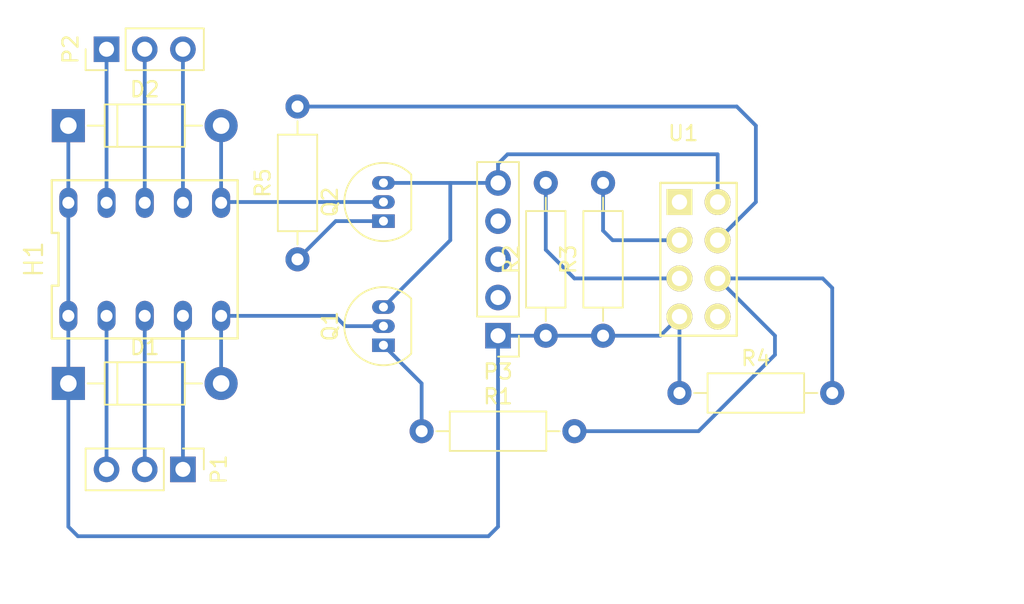
<source format=kicad_pcb>
(kicad_pcb (version 4) (host pcbnew 4.0.3+e1-6302~38~ubuntu14.04.1-stable)

  (general
    (links 28)
    (no_connects 1)
    (area 166.269999 97.689999 234.591201 137.895001)
    (thickness 1.6)
    (drawings 5)
    (tracks 54)
    (zones 0)
    (modules 14)
    (nets 22)
  )

  (page A4)
  (layers
    (0 F.Cu signal)
    (31 B.Cu signal)
    (32 B.Adhes user)
    (33 F.Adhes user)
    (34 B.Paste user)
    (35 F.Paste user)
    (36 B.SilkS user)
    (37 F.SilkS user)
    (38 B.Mask user)
    (39 F.Mask user)
    (40 Dwgs.User user)
    (41 Cmts.User user)
    (42 Eco1.User user)
    (43 Eco2.User user)
    (44 Edge.Cuts user)
    (45 Margin user)
    (46 B.CrtYd user)
    (47 F.CrtYd user)
    (48 B.Fab user)
    (49 F.Fab user)
  )

  (setup
    (last_trace_width 0.25)
    (trace_clearance 0.2)
    (zone_clearance 0.508)
    (zone_45_only no)
    (trace_min 0.2)
    (segment_width 0.2)
    (edge_width 0.15)
    (via_size 0.6)
    (via_drill 0.4)
    (via_min_size 0.4)
    (via_min_drill 0.3)
    (uvia_size 0.3)
    (uvia_drill 0.1)
    (uvias_allowed no)
    (uvia_min_size 0.2)
    (uvia_min_drill 0.1)
    (pcb_text_width 0.3)
    (pcb_text_size 1.5 1.5)
    (mod_edge_width 0.15)
    (mod_text_size 1 1)
    (mod_text_width 0.15)
    (pad_size 1.524 1.524)
    (pad_drill 0.762)
    (pad_to_mask_clearance 0.2)
    (aux_axis_origin 0 0)
    (visible_elements FFFFFF7F)
    (pcbplotparams
      (layerselection 0x00030_80000001)
      (usegerberextensions false)
      (excludeedgelayer true)
      (linewidth 0.100000)
      (plotframeref false)
      (viasonmask false)
      (mode 1)
      (useauxorigin false)
      (hpglpennumber 1)
      (hpglpenspeed 20)
      (hpglpendiameter 15)
      (hpglpenoverlay 2)
      (psnegative false)
      (psa4output false)
      (plotreference true)
      (plotvalue true)
      (plotinvisibletext false)
      (padsonsilk false)
      (subtractmaskfromsilk false)
      (outputformat 1)
      (mirror false)
      (drillshape 1)
      (scaleselection 1)
      (outputdirectory ""))
  )

  (net 0 "")
  (net 1 +5V)
  (net 2 "Net-(D1-Pad2)")
  (net 3 "Net-(D2-Pad2)")
  (net 4 "Net-(H1-Pad9)")
  (net 5 "Net-(H1-Pad2)")
  (net 6 "Net-(H1-Pad8)")
  (net 7 "Net-(H1-Pad3)")
  (net 8 "Net-(H1-Pad7)")
  (net 9 "Net-(H1-Pad4)")
  (net 10 "Net-(P3-Pad2)")
  (net 11 "Net-(P3-Pad3)")
  (net 12 "Net-(P3-Pad4)")
  (net 13 GND)
  (net 14 "Net-(Q1-Pad1)")
  (net 15 "Net-(Q2-Pad1)")
  (net 16 "Net-(R1-Pad2)")
  (net 17 "Net-(R2-Pad2)")
  (net 18 "Net-(R3-Pad2)")
  (net 19 "Net-(R5-Pad2)")
  (net 20 "Net-(U1-Pad1)")
  (net 21 "Net-(U1-Pad8)")

  (net_class Default "This is the default net class."
    (clearance 0.2)
    (trace_width 0.25)
    (via_dia 0.6)
    (via_drill 0.4)
    (uvia_dia 0.3)
    (uvia_drill 0.1)
    (add_net +5V)
    (add_net GND)
    (add_net "Net-(D1-Pad2)")
    (add_net "Net-(D2-Pad2)")
    (add_net "Net-(H1-Pad2)")
    (add_net "Net-(H1-Pad3)")
    (add_net "Net-(H1-Pad4)")
    (add_net "Net-(H1-Pad7)")
    (add_net "Net-(H1-Pad8)")
    (add_net "Net-(H1-Pad9)")
    (add_net "Net-(P3-Pad2)")
    (add_net "Net-(P3-Pad3)")
    (add_net "Net-(P3-Pad4)")
    (add_net "Net-(Q1-Pad1)")
    (add_net "Net-(Q2-Pad1)")
    (add_net "Net-(R1-Pad2)")
    (add_net "Net-(R2-Pad2)")
    (add_net "Net-(R3-Pad2)")
    (add_net "Net-(R5-Pad2)")
    (add_net "Net-(U1-Pad1)")
    (add_net "Net-(U1-Pad8)")
  )

  (module Diodes_ThroughHole:D_DO-41_SOD81_P10.16mm_Horizontal (layer F.Cu) (tedit 5877C982) (tstamp 58A9D7D1)
    (at 170.815 123.19)
    (descr "D, DO-41_SOD81 series, Axial, Horizontal, pin pitch=10.16mm, , length*diameter=5.2*2.7mm^2, , http://www.diodes.com/_files/packages/DO-41%20(Plastic).pdf")
    (tags "D DO-41_SOD81 series Axial Horizontal pin pitch 10.16mm  length 5.2mm diameter 2.7mm")
    (path /58A9C966)
    (fp_text reference D1 (at 5.08 -2.41) (layer F.SilkS)
      (effects (font (size 1 1) (thickness 0.15)))
    )
    (fp_text value 1N4007 (at 5.08 2.41) (layer F.Fab)
      (effects (font (size 1 1) (thickness 0.15)))
    )
    (fp_line (start 2.48 -1.35) (end 2.48 1.35) (layer F.Fab) (width 0.1))
    (fp_line (start 2.48 1.35) (end 7.68 1.35) (layer F.Fab) (width 0.1))
    (fp_line (start 7.68 1.35) (end 7.68 -1.35) (layer F.Fab) (width 0.1))
    (fp_line (start 7.68 -1.35) (end 2.48 -1.35) (layer F.Fab) (width 0.1))
    (fp_line (start 0 0) (end 2.48 0) (layer F.Fab) (width 0.1))
    (fp_line (start 10.16 0) (end 7.68 0) (layer F.Fab) (width 0.1))
    (fp_line (start 3.26 -1.35) (end 3.26 1.35) (layer F.Fab) (width 0.1))
    (fp_line (start 2.42 -1.41) (end 2.42 1.41) (layer F.SilkS) (width 0.12))
    (fp_line (start 2.42 1.41) (end 7.74 1.41) (layer F.SilkS) (width 0.12))
    (fp_line (start 7.74 1.41) (end 7.74 -1.41) (layer F.SilkS) (width 0.12))
    (fp_line (start 7.74 -1.41) (end 2.42 -1.41) (layer F.SilkS) (width 0.12))
    (fp_line (start 1.28 0) (end 2.42 0) (layer F.SilkS) (width 0.12))
    (fp_line (start 8.88 0) (end 7.74 0) (layer F.SilkS) (width 0.12))
    (fp_line (start 3.26 -1.41) (end 3.26 1.41) (layer F.SilkS) (width 0.12))
    (fp_line (start -1.35 -1.7) (end -1.35 1.7) (layer F.CrtYd) (width 0.05))
    (fp_line (start -1.35 1.7) (end 11.55 1.7) (layer F.CrtYd) (width 0.05))
    (fp_line (start 11.55 1.7) (end 11.55 -1.7) (layer F.CrtYd) (width 0.05))
    (fp_line (start 11.55 -1.7) (end -1.35 -1.7) (layer F.CrtYd) (width 0.05))
    (pad 1 thru_hole rect (at 0 0) (size 2.2 2.2) (drill 1.1) (layers *.Cu *.Mask)
      (net 1 +5V))
    (pad 2 thru_hole oval (at 10.16 0) (size 2.2 2.2) (drill 1.1) (layers *.Cu *.Mask)
      (net 2 "Net-(D1-Pad2)"))
    (model Diodes_THT.3dshapes/D_DO-41_SOD81_P10.16mm_Horizontal.wrl
      (at (xyz 0 0 0))
      (scale (xyz 0.393701 0.393701 0.393701))
      (rotate (xyz 0 0 0))
    )
  )

  (module Diodes_ThroughHole:D_DO-41_SOD81_P10.16mm_Horizontal (layer F.Cu) (tedit 5877C982) (tstamp 58A9D7E9)
    (at 170.815 106.045)
    (descr "D, DO-41_SOD81 series, Axial, Horizontal, pin pitch=10.16mm, , length*diameter=5.2*2.7mm^2, , http://www.diodes.com/_files/packages/DO-41%20(Plastic).pdf")
    (tags "D DO-41_SOD81 series Axial Horizontal pin pitch 10.16mm  length 5.2mm diameter 2.7mm")
    (path /58A9C8C9)
    (fp_text reference D2 (at 5.08 -2.41) (layer F.SilkS)
      (effects (font (size 1 1) (thickness 0.15)))
    )
    (fp_text value 1N4007 (at 5.08 2.41) (layer F.Fab)
      (effects (font (size 1 1) (thickness 0.15)))
    )
    (fp_line (start 2.48 -1.35) (end 2.48 1.35) (layer F.Fab) (width 0.1))
    (fp_line (start 2.48 1.35) (end 7.68 1.35) (layer F.Fab) (width 0.1))
    (fp_line (start 7.68 1.35) (end 7.68 -1.35) (layer F.Fab) (width 0.1))
    (fp_line (start 7.68 -1.35) (end 2.48 -1.35) (layer F.Fab) (width 0.1))
    (fp_line (start 0 0) (end 2.48 0) (layer F.Fab) (width 0.1))
    (fp_line (start 10.16 0) (end 7.68 0) (layer F.Fab) (width 0.1))
    (fp_line (start 3.26 -1.35) (end 3.26 1.35) (layer F.Fab) (width 0.1))
    (fp_line (start 2.42 -1.41) (end 2.42 1.41) (layer F.SilkS) (width 0.12))
    (fp_line (start 2.42 1.41) (end 7.74 1.41) (layer F.SilkS) (width 0.12))
    (fp_line (start 7.74 1.41) (end 7.74 -1.41) (layer F.SilkS) (width 0.12))
    (fp_line (start 7.74 -1.41) (end 2.42 -1.41) (layer F.SilkS) (width 0.12))
    (fp_line (start 1.28 0) (end 2.42 0) (layer F.SilkS) (width 0.12))
    (fp_line (start 8.88 0) (end 7.74 0) (layer F.SilkS) (width 0.12))
    (fp_line (start 3.26 -1.41) (end 3.26 1.41) (layer F.SilkS) (width 0.12))
    (fp_line (start -1.35 -1.7) (end -1.35 1.7) (layer F.CrtYd) (width 0.05))
    (fp_line (start -1.35 1.7) (end 11.55 1.7) (layer F.CrtYd) (width 0.05))
    (fp_line (start 11.55 1.7) (end 11.55 -1.7) (layer F.CrtYd) (width 0.05))
    (fp_line (start 11.55 -1.7) (end -1.35 -1.7) (layer F.CrtYd) (width 0.05))
    (pad 1 thru_hole rect (at 0 0) (size 2.2 2.2) (drill 1.1) (layers *.Cu *.Mask)
      (net 1 +5V))
    (pad 2 thru_hole oval (at 10.16 0) (size 2.2 2.2) (drill 1.1) (layers *.Cu *.Mask)
      (net 3 "Net-(D2-Pad2)"))
    (model Diodes_THT.3dshapes/D_DO-41_SOD81_P10.16mm_Horizontal.wrl
      (at (xyz 0 0 0))
      (scale (xyz 0.393701 0.393701 0.393701))
      (rotate (xyz 0 0 0))
    )
  )

  (module Belimawr:ATQ229 (layer F.Cu) (tedit 58A9C4D6) (tstamp 58A9D7FF)
    (at 175.895 114.935)
    (path /58A9C79E)
    (fp_text reference H1 (at -7.38 0 90) (layer F.SilkS)
      (effects (font (size 1.2 1.2) (thickness 0.15)))
    )
    (fp_text value TQ2-L2-5V (at 0 0) (layer F.Fab)
      (effects (font (size 1.2 1.2) (thickness 0.15)))
    )
    (fp_line (start -6.18 5.26) (end 6.18 5.26) (layer F.SilkS) (width 0.15))
    (fp_line (start 6.18 5.26) (end 6.18 -5.26) (layer F.SilkS) (width 0.15))
    (fp_line (start 6.18 -5.26) (end -6.18 -5.26) (layer F.SilkS) (width 0.15))
    (fp_line (start -6.18 -5.26) (end -6.18 -1.753333) (layer F.SilkS) (width 0.15))
    (fp_line (start -6.18 -1.753333) (end -5.73 -1.753333) (layer F.SilkS) (width 0.15))
    (fp_line (start -5.73 -1.753333) (end -5.73 1.753333) (layer F.SilkS) (width 0.15))
    (fp_line (start -5.73 1.753333) (end -6.18 1.753333) (layer F.SilkS) (width 0.15))
    (fp_line (start -6.18 1.753333) (end -6.18 5.26) (layer F.SilkS) (width 0.15))
    (pad 10 thru_hole oval (at -5.08 -3.76) (size 1.2 2) (drill 0.8) (layers *.Cu *.Mask)
      (net 1 +5V))
    (pad 1 thru_hole oval (at -5.08 3.76) (size 1.2 2) (drill 0.8) (layers *.Cu *.Mask)
      (net 1 +5V))
    (pad 9 thru_hole oval (at -2.54 -3.76) (size 1.2 2) (drill 0.8) (layers *.Cu *.Mask)
      (net 4 "Net-(H1-Pad9)"))
    (pad 2 thru_hole oval (at -2.54 3.76) (size 1.2 2) (drill 0.8) (layers *.Cu *.Mask)
      (net 5 "Net-(H1-Pad2)"))
    (pad 8 thru_hole oval (at 0 -3.76) (size 1.2 2) (drill 0.8) (layers *.Cu *.Mask)
      (net 6 "Net-(H1-Pad8)"))
    (pad 3 thru_hole oval (at 0 3.76) (size 1.2 2) (drill 0.8) (layers *.Cu *.Mask)
      (net 7 "Net-(H1-Pad3)"))
    (pad 7 thru_hole oval (at 2.54 -3.76) (size 1.2 2) (drill 0.8) (layers *.Cu *.Mask)
      (net 8 "Net-(H1-Pad7)"))
    (pad 4 thru_hole oval (at 2.54 3.76) (size 1.2 2) (drill 0.8) (layers *.Cu *.Mask)
      (net 9 "Net-(H1-Pad4)"))
    (pad 6 thru_hole oval (at 5.08 -3.76) (size 1.2 2) (drill 0.8) (layers *.Cu *.Mask)
      (net 3 "Net-(D2-Pad2)"))
    (pad 5 thru_hole oval (at 5.08 3.76) (size 1.2 2) (drill 0.8) (layers *.Cu *.Mask)
      (net 2 "Net-(D1-Pad2)"))
  )

  (module Pin_Headers:Pin_Header_Straight_1x03_Pitch2.54mm (layer F.Cu) (tedit 5862ED52) (tstamp 58A9D806)
    (at 178.435 128.905 270)
    (descr "Through hole straight pin header, 1x03, 2.54mm pitch, single row")
    (tags "Through hole pin header THT 1x03 2.54mm single row")
    (path /58AA080E)
    (fp_text reference P1 (at 0 -2.39 270) (layer F.SilkS)
      (effects (font (size 1 1) (thickness 0.15)))
    )
    (fp_text value CN2 (at 0 7.47 270) (layer F.Fab)
      (effects (font (size 1 1) (thickness 0.15)))
    )
    (fp_line (start -1.27 -1.27) (end -1.27 6.35) (layer F.Fab) (width 0.1))
    (fp_line (start -1.27 6.35) (end 1.27 6.35) (layer F.Fab) (width 0.1))
    (fp_line (start 1.27 6.35) (end 1.27 -1.27) (layer F.Fab) (width 0.1))
    (fp_line (start 1.27 -1.27) (end -1.27 -1.27) (layer F.Fab) (width 0.1))
    (fp_line (start -1.39 1.27) (end -1.39 6.47) (layer F.SilkS) (width 0.12))
    (fp_line (start -1.39 6.47) (end 1.39 6.47) (layer F.SilkS) (width 0.12))
    (fp_line (start 1.39 6.47) (end 1.39 1.27) (layer F.SilkS) (width 0.12))
    (fp_line (start 1.39 1.27) (end -1.39 1.27) (layer F.SilkS) (width 0.12))
    (fp_line (start -1.39 0) (end -1.39 -1.39) (layer F.SilkS) (width 0.12))
    (fp_line (start -1.39 -1.39) (end 0 -1.39) (layer F.SilkS) (width 0.12))
    (fp_line (start -1.6 -1.6) (end -1.6 6.6) (layer F.CrtYd) (width 0.05))
    (fp_line (start -1.6 6.6) (end 1.6 6.6) (layer F.CrtYd) (width 0.05))
    (fp_line (start 1.6 6.6) (end 1.6 -1.6) (layer F.CrtYd) (width 0.05))
    (fp_line (start 1.6 -1.6) (end -1.6 -1.6) (layer F.CrtYd) (width 0.05))
    (pad 1 thru_hole rect (at 0 0 270) (size 1.7 1.7) (drill 1) (layers *.Cu *.Mask)
      (net 9 "Net-(H1-Pad4)"))
    (pad 2 thru_hole oval (at 0 2.54 270) (size 1.7 1.7) (drill 1) (layers *.Cu *.Mask)
      (net 7 "Net-(H1-Pad3)"))
    (pad 3 thru_hole oval (at 0 5.08 270) (size 1.7 1.7) (drill 1) (layers *.Cu *.Mask)
      (net 5 "Net-(H1-Pad2)"))
    (model Pin_Headers.3dshapes/Pin_Header_Straight_1x03_Pitch2.54mm.wrl
      (at (xyz 0 -0.1 0))
      (scale (xyz 1 1 1))
      (rotate (xyz 0 0 90))
    )
  )

  (module Pin_Headers:Pin_Header_Straight_1x03_Pitch2.54mm (layer F.Cu) (tedit 5862ED52) (tstamp 58A9D80D)
    (at 173.355 100.965 90)
    (descr "Through hole straight pin header, 1x03, 2.54mm pitch, single row")
    (tags "Through hole pin header THT 1x03 2.54mm single row")
    (path /58AA066B)
    (fp_text reference P2 (at 0 -2.39 90) (layer F.SilkS)
      (effects (font (size 1 1) (thickness 0.15)))
    )
    (fp_text value CN1 (at 0 7.47 90) (layer F.Fab)
      (effects (font (size 1 1) (thickness 0.15)))
    )
    (fp_line (start -1.27 -1.27) (end -1.27 6.35) (layer F.Fab) (width 0.1))
    (fp_line (start -1.27 6.35) (end 1.27 6.35) (layer F.Fab) (width 0.1))
    (fp_line (start 1.27 6.35) (end 1.27 -1.27) (layer F.Fab) (width 0.1))
    (fp_line (start 1.27 -1.27) (end -1.27 -1.27) (layer F.Fab) (width 0.1))
    (fp_line (start -1.39 1.27) (end -1.39 6.47) (layer F.SilkS) (width 0.12))
    (fp_line (start -1.39 6.47) (end 1.39 6.47) (layer F.SilkS) (width 0.12))
    (fp_line (start 1.39 6.47) (end 1.39 1.27) (layer F.SilkS) (width 0.12))
    (fp_line (start 1.39 1.27) (end -1.39 1.27) (layer F.SilkS) (width 0.12))
    (fp_line (start -1.39 0) (end -1.39 -1.39) (layer F.SilkS) (width 0.12))
    (fp_line (start -1.39 -1.39) (end 0 -1.39) (layer F.SilkS) (width 0.12))
    (fp_line (start -1.6 -1.6) (end -1.6 6.6) (layer F.CrtYd) (width 0.05))
    (fp_line (start -1.6 6.6) (end 1.6 6.6) (layer F.CrtYd) (width 0.05))
    (fp_line (start 1.6 6.6) (end 1.6 -1.6) (layer F.CrtYd) (width 0.05))
    (fp_line (start 1.6 -1.6) (end -1.6 -1.6) (layer F.CrtYd) (width 0.05))
    (pad 1 thru_hole rect (at 0 0 90) (size 1.7 1.7) (drill 1) (layers *.Cu *.Mask)
      (net 4 "Net-(H1-Pad9)"))
    (pad 2 thru_hole oval (at 0 2.54 90) (size 1.7 1.7) (drill 1) (layers *.Cu *.Mask)
      (net 6 "Net-(H1-Pad8)"))
    (pad 3 thru_hole oval (at 0 5.08 90) (size 1.7 1.7) (drill 1) (layers *.Cu *.Mask)
      (net 8 "Net-(H1-Pad7)"))
    (model Pin_Headers.3dshapes/Pin_Header_Straight_1x03_Pitch2.54mm.wrl
      (at (xyz 0 -0.1 0))
      (scale (xyz 1 1 1))
      (rotate (xyz 0 0 90))
    )
  )

  (module Pin_Headers:Pin_Header_Straight_1x05_Pitch2.54mm (layer F.Cu) (tedit 5862ED52) (tstamp 58A9D816)
    (at 199.39 120.015 180)
    (descr "Through hole straight pin header, 1x05, 2.54mm pitch, single row")
    (tags "Through hole pin header THT 1x05 2.54mm single row")
    (path /58AA227B)
    (fp_text reference P3 (at 0 -2.39 180) (layer F.SilkS)
      (effects (font (size 1 1) (thickness 0.15)))
    )
    (fp_text value CONN_01X05 (at 0 12.55 180) (layer F.Fab)
      (effects (font (size 1 1) (thickness 0.15)))
    )
    (fp_line (start -1.27 -1.27) (end -1.27 11.43) (layer F.Fab) (width 0.1))
    (fp_line (start -1.27 11.43) (end 1.27 11.43) (layer F.Fab) (width 0.1))
    (fp_line (start 1.27 11.43) (end 1.27 -1.27) (layer F.Fab) (width 0.1))
    (fp_line (start 1.27 -1.27) (end -1.27 -1.27) (layer F.Fab) (width 0.1))
    (fp_line (start -1.39 1.27) (end -1.39 11.55) (layer F.SilkS) (width 0.12))
    (fp_line (start -1.39 11.55) (end 1.39 11.55) (layer F.SilkS) (width 0.12))
    (fp_line (start 1.39 11.55) (end 1.39 1.27) (layer F.SilkS) (width 0.12))
    (fp_line (start 1.39 1.27) (end -1.39 1.27) (layer F.SilkS) (width 0.12))
    (fp_line (start -1.39 0) (end -1.39 -1.39) (layer F.SilkS) (width 0.12))
    (fp_line (start -1.39 -1.39) (end 0 -1.39) (layer F.SilkS) (width 0.12))
    (fp_line (start -1.6 -1.6) (end -1.6 11.7) (layer F.CrtYd) (width 0.05))
    (fp_line (start -1.6 11.7) (end 1.6 11.7) (layer F.CrtYd) (width 0.05))
    (fp_line (start 1.6 11.7) (end 1.6 -1.6) (layer F.CrtYd) (width 0.05))
    (fp_line (start 1.6 -1.6) (end -1.6 -1.6) (layer F.CrtYd) (width 0.05))
    (pad 1 thru_hole rect (at 0 0 180) (size 1.7 1.7) (drill 1) (layers *.Cu *.Mask)
      (net 1 +5V))
    (pad 2 thru_hole oval (at 0 2.54 180) (size 1.7 1.7) (drill 1) (layers *.Cu *.Mask)
      (net 10 "Net-(P3-Pad2)"))
    (pad 3 thru_hole oval (at 0 5.08 180) (size 1.7 1.7) (drill 1) (layers *.Cu *.Mask)
      (net 11 "Net-(P3-Pad3)"))
    (pad 4 thru_hole oval (at 0 7.62 180) (size 1.7 1.7) (drill 1) (layers *.Cu *.Mask)
      (net 12 "Net-(P3-Pad4)"))
    (pad 5 thru_hole oval (at 0 10.16 180) (size 1.7 1.7) (drill 1) (layers *.Cu *.Mask)
      (net 13 GND))
    (model Pin_Headers.3dshapes/Pin_Header_Straight_1x05_Pitch2.54mm.wrl
      (at (xyz 0 -0.2 0))
      (scale (xyz 1 1 1))
      (rotate (xyz 0 0 90))
    )
  )

  (module TO_SOT_Packages_THT:TO-92_Inline_Narrow_Oval (layer F.Cu) (tedit 58610929) (tstamp 58A9D827)
    (at 191.77 120.65 90)
    (descr "TO-92 leads in-line, narrow, oval pads, drill 0.6mm (see NXP sot054_po.pdf)")
    (tags "to-92 sc-43 sc-43a sot54 PA33 transistor")
    (path /58A9B4A1)
    (fp_text reference Q1 (at 1.27 -3.556 90) (layer F.SilkS)
      (effects (font (size 1 1) (thickness 0.15)))
    )
    (fp_text value 2N2222 (at 1.27 2.794 90) (layer F.Fab)
      (effects (font (size 1 1) (thickness 0.15)))
    )
    (fp_line (start -1.65 -2.9) (end 4.15 -2.9) (layer F.CrtYd) (width 0.05))
    (fp_line (start 4.15 -2.9) (end 4.15 2.2) (layer F.CrtYd) (width 0.05))
    (fp_line (start 4.15 2.2) (end -1.65 2.2) (layer F.CrtYd) (width 0.05))
    (fp_line (start -1.65 2.2) (end -1.65 -2.9) (layer F.CrtYd) (width 0.05))
    (fp_line (start -0.53 1.85) (end 3.07 1.85) (layer F.SilkS) (width 0.12))
    (fp_line (start -0.5 1.75) (end 3 1.75) (layer F.Fab) (width 0.1))
    (fp_arc (start 1.27 0) (end 1.27 -2.48) (angle 135) (layer F.Fab) (width 0.1))
    (fp_arc (start 1.27 0) (end 1.27 -2.6) (angle -135) (layer F.SilkS) (width 0.12))
    (fp_arc (start 1.27 0) (end 1.27 -2.48) (angle -135) (layer F.Fab) (width 0.1))
    (fp_arc (start 1.27 0) (end 1.27 -2.6) (angle 135) (layer F.SilkS) (width 0.12))
    (pad 2 thru_hole oval (at 1.27 0 270) (size 0.89916 1.50114) (drill 0.6) (layers *.Cu *.Mask)
      (net 2 "Net-(D1-Pad2)"))
    (pad 3 thru_hole oval (at 2.54 0 270) (size 0.89916 1.50114) (drill 0.6) (layers *.Cu *.Mask)
      (net 13 GND))
    (pad 1 thru_hole rect (at 0 0 270) (size 0.89916 1.50114) (drill 0.6) (layers *.Cu *.Mask)
      (net 14 "Net-(Q1-Pad1)"))
    (model TO_SOT_Packages_THT.3dshapes/TO-92_Inline_Narrow_Oval.wrl
      (at (xyz 0.05 0 0))
      (scale (xyz 1 1 1))
      (rotate (xyz 0 0 -90))
    )
  )

  (module TO_SOT_Packages_THT:TO-92_Inline_Narrow_Oval (layer F.Cu) (tedit 58610929) (tstamp 58A9D838)
    (at 191.77 112.395 90)
    (descr "TO-92 leads in-line, narrow, oval pads, drill 0.6mm (see NXP sot054_po.pdf)")
    (tags "to-92 sc-43 sc-43a sot54 PA33 transistor")
    (path /58A9B712)
    (fp_text reference Q2 (at 1.27 -3.556 90) (layer F.SilkS)
      (effects (font (size 1 1) (thickness 0.15)))
    )
    (fp_text value 2N2222 (at 1.27 2.794 90) (layer F.Fab)
      (effects (font (size 1 1) (thickness 0.15)))
    )
    (fp_line (start -1.65 -2.9) (end 4.15 -2.9) (layer F.CrtYd) (width 0.05))
    (fp_line (start 4.15 -2.9) (end 4.15 2.2) (layer F.CrtYd) (width 0.05))
    (fp_line (start 4.15 2.2) (end -1.65 2.2) (layer F.CrtYd) (width 0.05))
    (fp_line (start -1.65 2.2) (end -1.65 -2.9) (layer F.CrtYd) (width 0.05))
    (fp_line (start -0.53 1.85) (end 3.07 1.85) (layer F.SilkS) (width 0.12))
    (fp_line (start -0.5 1.75) (end 3 1.75) (layer F.Fab) (width 0.1))
    (fp_arc (start 1.27 0) (end 1.27 -2.48) (angle 135) (layer F.Fab) (width 0.1))
    (fp_arc (start 1.27 0) (end 1.27 -2.6) (angle -135) (layer F.SilkS) (width 0.12))
    (fp_arc (start 1.27 0) (end 1.27 -2.48) (angle -135) (layer F.Fab) (width 0.1))
    (fp_arc (start 1.27 0) (end 1.27 -2.6) (angle 135) (layer F.SilkS) (width 0.12))
    (pad 2 thru_hole oval (at 1.27 0 270) (size 0.89916 1.50114) (drill 0.6) (layers *.Cu *.Mask)
      (net 3 "Net-(D2-Pad2)"))
    (pad 3 thru_hole oval (at 2.54 0 270) (size 0.89916 1.50114) (drill 0.6) (layers *.Cu *.Mask)
      (net 13 GND))
    (pad 1 thru_hole rect (at 0 0 270) (size 0.89916 1.50114) (drill 0.6) (layers *.Cu *.Mask)
      (net 15 "Net-(Q2-Pad1)"))
    (model TO_SOT_Packages_THT.3dshapes/TO-92_Inline_Narrow_Oval.wrl
      (at (xyz 0.05 0 0))
      (scale (xyz 1 1 1))
      (rotate (xyz 0 0 -90))
    )
  )

  (module Resistors_ThroughHole:R_Axial_DIN0207_L6.3mm_D2.5mm_P10.16mm_Horizontal (layer F.Cu) (tedit 5874F706) (tstamp 58A9D84E)
    (at 194.31 126.365)
    (descr "Resistor, Axial_DIN0207 series, Axial, Horizontal, pin pitch=10.16mm, 0.25W = 1/4W, length*diameter=6.3*2.5mm^2, http://cdn-reichelt.de/documents/datenblatt/B400/1_4W%23YAG.pdf")
    (tags "Resistor Axial_DIN0207 series Axial Horizontal pin pitch 10.16mm 0.25W = 1/4W length 6.3mm diameter 2.5mm")
    (path /58A9B820)
    (fp_text reference R1 (at 5.08 -2.31) (layer F.SilkS)
      (effects (font (size 1 1) (thickness 0.15)))
    )
    (fp_text value 470R (at 5.08 2.31) (layer F.Fab)
      (effects (font (size 1 1) (thickness 0.15)))
    )
    (fp_line (start 1.93 -1.25) (end 1.93 1.25) (layer F.Fab) (width 0.1))
    (fp_line (start 1.93 1.25) (end 8.23 1.25) (layer F.Fab) (width 0.1))
    (fp_line (start 8.23 1.25) (end 8.23 -1.25) (layer F.Fab) (width 0.1))
    (fp_line (start 8.23 -1.25) (end 1.93 -1.25) (layer F.Fab) (width 0.1))
    (fp_line (start 0 0) (end 1.93 0) (layer F.Fab) (width 0.1))
    (fp_line (start 10.16 0) (end 8.23 0) (layer F.Fab) (width 0.1))
    (fp_line (start 1.87 -1.31) (end 1.87 1.31) (layer F.SilkS) (width 0.12))
    (fp_line (start 1.87 1.31) (end 8.29 1.31) (layer F.SilkS) (width 0.12))
    (fp_line (start 8.29 1.31) (end 8.29 -1.31) (layer F.SilkS) (width 0.12))
    (fp_line (start 8.29 -1.31) (end 1.87 -1.31) (layer F.SilkS) (width 0.12))
    (fp_line (start 0.98 0) (end 1.87 0) (layer F.SilkS) (width 0.12))
    (fp_line (start 9.18 0) (end 8.29 0) (layer F.SilkS) (width 0.12))
    (fp_line (start -1.05 -1.6) (end -1.05 1.6) (layer F.CrtYd) (width 0.05))
    (fp_line (start -1.05 1.6) (end 11.25 1.6) (layer F.CrtYd) (width 0.05))
    (fp_line (start 11.25 1.6) (end 11.25 -1.6) (layer F.CrtYd) (width 0.05))
    (fp_line (start 11.25 -1.6) (end -1.05 -1.6) (layer F.CrtYd) (width 0.05))
    (pad 1 thru_hole circle (at 0 0) (size 1.6 1.6) (drill 0.8) (layers *.Cu *.Mask)
      (net 14 "Net-(Q1-Pad1)"))
    (pad 2 thru_hole oval (at 10.16 0) (size 1.6 1.6) (drill 0.8) (layers *.Cu *.Mask)
      (net 16 "Net-(R1-Pad2)"))
    (model Resistors_THT.3dshapes/R_Axial_DIN0207_L6.3mm_D2.5mm_P10.16mm_Horizontal.wrl
      (at (xyz 0 0 0))
      (scale (xyz 0.393701 0.393701 0.393701))
      (rotate (xyz 0 0 0))
    )
  )

  (module Resistors_ThroughHole:R_Axial_DIN0207_L6.3mm_D2.5mm_P10.16mm_Horizontal (layer F.Cu) (tedit 5874F706) (tstamp 58A9D864)
    (at 202.565 120.015 90)
    (descr "Resistor, Axial_DIN0207 series, Axial, Horizontal, pin pitch=10.16mm, 0.25W = 1/4W, length*diameter=6.3*2.5mm^2, http://cdn-reichelt.de/documents/datenblatt/B400/1_4W%23YAG.pdf")
    (tags "Resistor Axial_DIN0207 series Axial Horizontal pin pitch 10.16mm 0.25W = 1/4W length 6.3mm diameter 2.5mm")
    (path /58A9D4E7)
    (fp_text reference R2 (at 5.08 -2.31 90) (layer F.SilkS)
      (effects (font (size 1 1) (thickness 0.15)))
    )
    (fp_text value 4K7 (at 5.08 2.31 90) (layer F.Fab)
      (effects (font (size 1 1) (thickness 0.15)))
    )
    (fp_line (start 1.93 -1.25) (end 1.93 1.25) (layer F.Fab) (width 0.1))
    (fp_line (start 1.93 1.25) (end 8.23 1.25) (layer F.Fab) (width 0.1))
    (fp_line (start 8.23 1.25) (end 8.23 -1.25) (layer F.Fab) (width 0.1))
    (fp_line (start 8.23 -1.25) (end 1.93 -1.25) (layer F.Fab) (width 0.1))
    (fp_line (start 0 0) (end 1.93 0) (layer F.Fab) (width 0.1))
    (fp_line (start 10.16 0) (end 8.23 0) (layer F.Fab) (width 0.1))
    (fp_line (start 1.87 -1.31) (end 1.87 1.31) (layer F.SilkS) (width 0.12))
    (fp_line (start 1.87 1.31) (end 8.29 1.31) (layer F.SilkS) (width 0.12))
    (fp_line (start 8.29 1.31) (end 8.29 -1.31) (layer F.SilkS) (width 0.12))
    (fp_line (start 8.29 -1.31) (end 1.87 -1.31) (layer F.SilkS) (width 0.12))
    (fp_line (start 0.98 0) (end 1.87 0) (layer F.SilkS) (width 0.12))
    (fp_line (start 9.18 0) (end 8.29 0) (layer F.SilkS) (width 0.12))
    (fp_line (start -1.05 -1.6) (end -1.05 1.6) (layer F.CrtYd) (width 0.05))
    (fp_line (start -1.05 1.6) (end 11.25 1.6) (layer F.CrtYd) (width 0.05))
    (fp_line (start 11.25 1.6) (end 11.25 -1.6) (layer F.CrtYd) (width 0.05))
    (fp_line (start 11.25 -1.6) (end -1.05 -1.6) (layer F.CrtYd) (width 0.05))
    (pad 1 thru_hole circle (at 0 0 90) (size 1.6 1.6) (drill 0.8) (layers *.Cu *.Mask)
      (net 1 +5V))
    (pad 2 thru_hole oval (at 10.16 0 90) (size 1.6 1.6) (drill 0.8) (layers *.Cu *.Mask)
      (net 17 "Net-(R2-Pad2)"))
    (model Resistors_THT.3dshapes/R_Axial_DIN0207_L6.3mm_D2.5mm_P10.16mm_Horizontal.wrl
      (at (xyz 0 0 0))
      (scale (xyz 0.393701 0.393701 0.393701))
      (rotate (xyz 0 0 0))
    )
  )

  (module Resistors_ThroughHole:R_Axial_DIN0207_L6.3mm_D2.5mm_P10.16mm_Horizontal (layer F.Cu) (tedit 5874F706) (tstamp 58A9D87A)
    (at 206.375 120.015 90)
    (descr "Resistor, Axial_DIN0207 series, Axial, Horizontal, pin pitch=10.16mm, 0.25W = 1/4W, length*diameter=6.3*2.5mm^2, http://cdn-reichelt.de/documents/datenblatt/B400/1_4W%23YAG.pdf")
    (tags "Resistor Axial_DIN0207 series Axial Horizontal pin pitch 10.16mm 0.25W = 1/4W length 6.3mm diameter 2.5mm")
    (path /58A9D676)
    (fp_text reference R3 (at 5.08 -2.31 90) (layer F.SilkS)
      (effects (font (size 1 1) (thickness 0.15)))
    )
    (fp_text value 4K7 (at 5.08 2.31 90) (layer F.Fab)
      (effects (font (size 1 1) (thickness 0.15)))
    )
    (fp_line (start 1.93 -1.25) (end 1.93 1.25) (layer F.Fab) (width 0.1))
    (fp_line (start 1.93 1.25) (end 8.23 1.25) (layer F.Fab) (width 0.1))
    (fp_line (start 8.23 1.25) (end 8.23 -1.25) (layer F.Fab) (width 0.1))
    (fp_line (start 8.23 -1.25) (end 1.93 -1.25) (layer F.Fab) (width 0.1))
    (fp_line (start 0 0) (end 1.93 0) (layer F.Fab) (width 0.1))
    (fp_line (start 10.16 0) (end 8.23 0) (layer F.Fab) (width 0.1))
    (fp_line (start 1.87 -1.31) (end 1.87 1.31) (layer F.SilkS) (width 0.12))
    (fp_line (start 1.87 1.31) (end 8.29 1.31) (layer F.SilkS) (width 0.12))
    (fp_line (start 8.29 1.31) (end 8.29 -1.31) (layer F.SilkS) (width 0.12))
    (fp_line (start 8.29 -1.31) (end 1.87 -1.31) (layer F.SilkS) (width 0.12))
    (fp_line (start 0.98 0) (end 1.87 0) (layer F.SilkS) (width 0.12))
    (fp_line (start 9.18 0) (end 8.29 0) (layer F.SilkS) (width 0.12))
    (fp_line (start -1.05 -1.6) (end -1.05 1.6) (layer F.CrtYd) (width 0.05))
    (fp_line (start -1.05 1.6) (end 11.25 1.6) (layer F.CrtYd) (width 0.05))
    (fp_line (start 11.25 1.6) (end 11.25 -1.6) (layer F.CrtYd) (width 0.05))
    (fp_line (start 11.25 -1.6) (end -1.05 -1.6) (layer F.CrtYd) (width 0.05))
    (pad 1 thru_hole circle (at 0 0 90) (size 1.6 1.6) (drill 0.8) (layers *.Cu *.Mask)
      (net 1 +5V))
    (pad 2 thru_hole oval (at 10.16 0 90) (size 1.6 1.6) (drill 0.8) (layers *.Cu *.Mask)
      (net 18 "Net-(R3-Pad2)"))
    (model Resistors_THT.3dshapes/R_Axial_DIN0207_L6.3mm_D2.5mm_P10.16mm_Horizontal.wrl
      (at (xyz 0 0 0))
      (scale (xyz 0.393701 0.393701 0.393701))
      (rotate (xyz 0 0 0))
    )
  )

  (module Resistors_ThroughHole:R_Axial_DIN0207_L6.3mm_D2.5mm_P10.16mm_Horizontal (layer F.Cu) (tedit 5874F706) (tstamp 58A9D890)
    (at 211.455 123.825)
    (descr "Resistor, Axial_DIN0207 series, Axial, Horizontal, pin pitch=10.16mm, 0.25W = 1/4W, length*diameter=6.3*2.5mm^2, http://cdn-reichelt.de/documents/datenblatt/B400/1_4W%23YAG.pdf")
    (tags "Resistor Axial_DIN0207 series Axial Horizontal pin pitch 10.16mm 0.25W = 1/4W length 6.3mm diameter 2.5mm")
    (path /58A9DAD9)
    (fp_text reference R4 (at 5.08 -2.31) (layer F.SilkS)
      (effects (font (size 1 1) (thickness 0.15)))
    )
    (fp_text value 4K7 (at 5.08 2.31) (layer F.Fab)
      (effects (font (size 1 1) (thickness 0.15)))
    )
    (fp_line (start 1.93 -1.25) (end 1.93 1.25) (layer F.Fab) (width 0.1))
    (fp_line (start 1.93 1.25) (end 8.23 1.25) (layer F.Fab) (width 0.1))
    (fp_line (start 8.23 1.25) (end 8.23 -1.25) (layer F.Fab) (width 0.1))
    (fp_line (start 8.23 -1.25) (end 1.93 -1.25) (layer F.Fab) (width 0.1))
    (fp_line (start 0 0) (end 1.93 0) (layer F.Fab) (width 0.1))
    (fp_line (start 10.16 0) (end 8.23 0) (layer F.Fab) (width 0.1))
    (fp_line (start 1.87 -1.31) (end 1.87 1.31) (layer F.SilkS) (width 0.12))
    (fp_line (start 1.87 1.31) (end 8.29 1.31) (layer F.SilkS) (width 0.12))
    (fp_line (start 8.29 1.31) (end 8.29 -1.31) (layer F.SilkS) (width 0.12))
    (fp_line (start 8.29 -1.31) (end 1.87 -1.31) (layer F.SilkS) (width 0.12))
    (fp_line (start 0.98 0) (end 1.87 0) (layer F.SilkS) (width 0.12))
    (fp_line (start 9.18 0) (end 8.29 0) (layer F.SilkS) (width 0.12))
    (fp_line (start -1.05 -1.6) (end -1.05 1.6) (layer F.CrtYd) (width 0.05))
    (fp_line (start -1.05 1.6) (end 11.25 1.6) (layer F.CrtYd) (width 0.05))
    (fp_line (start 11.25 1.6) (end 11.25 -1.6) (layer F.CrtYd) (width 0.05))
    (fp_line (start 11.25 -1.6) (end -1.05 -1.6) (layer F.CrtYd) (width 0.05))
    (pad 1 thru_hole circle (at 0 0) (size 1.6 1.6) (drill 0.8) (layers *.Cu *.Mask)
      (net 1 +5V))
    (pad 2 thru_hole oval (at 10.16 0) (size 1.6 1.6) (drill 0.8) (layers *.Cu *.Mask)
      (net 16 "Net-(R1-Pad2)"))
    (model Resistors_THT.3dshapes/R_Axial_DIN0207_L6.3mm_D2.5mm_P10.16mm_Horizontal.wrl
      (at (xyz 0 0 0))
      (scale (xyz 0.393701 0.393701 0.393701))
      (rotate (xyz 0 0 0))
    )
  )

  (module Resistors_ThroughHole:R_Axial_DIN0207_L6.3mm_D2.5mm_P10.16mm_Horizontal (layer F.Cu) (tedit 5874F706) (tstamp 58A9D8A6)
    (at 186.055 114.935 90)
    (descr "Resistor, Axial_DIN0207 series, Axial, Horizontal, pin pitch=10.16mm, 0.25W = 1/4W, length*diameter=6.3*2.5mm^2, http://cdn-reichelt.de/documents/datenblatt/B400/1_4W%23YAG.pdf")
    (tags "Resistor Axial_DIN0207 series Axial Horizontal pin pitch 10.16mm 0.25W = 1/4W length 6.3mm diameter 2.5mm")
    (path /58A9B89C)
    (fp_text reference R5 (at 5.08 -2.31 90) (layer F.SilkS)
      (effects (font (size 1 1) (thickness 0.15)))
    )
    (fp_text value 470R (at 5.08 2.31 90) (layer F.Fab)
      (effects (font (size 1 1) (thickness 0.15)))
    )
    (fp_line (start 1.93 -1.25) (end 1.93 1.25) (layer F.Fab) (width 0.1))
    (fp_line (start 1.93 1.25) (end 8.23 1.25) (layer F.Fab) (width 0.1))
    (fp_line (start 8.23 1.25) (end 8.23 -1.25) (layer F.Fab) (width 0.1))
    (fp_line (start 8.23 -1.25) (end 1.93 -1.25) (layer F.Fab) (width 0.1))
    (fp_line (start 0 0) (end 1.93 0) (layer F.Fab) (width 0.1))
    (fp_line (start 10.16 0) (end 8.23 0) (layer F.Fab) (width 0.1))
    (fp_line (start 1.87 -1.31) (end 1.87 1.31) (layer F.SilkS) (width 0.12))
    (fp_line (start 1.87 1.31) (end 8.29 1.31) (layer F.SilkS) (width 0.12))
    (fp_line (start 8.29 1.31) (end 8.29 -1.31) (layer F.SilkS) (width 0.12))
    (fp_line (start 8.29 -1.31) (end 1.87 -1.31) (layer F.SilkS) (width 0.12))
    (fp_line (start 0.98 0) (end 1.87 0) (layer F.SilkS) (width 0.12))
    (fp_line (start 9.18 0) (end 8.29 0) (layer F.SilkS) (width 0.12))
    (fp_line (start -1.05 -1.6) (end -1.05 1.6) (layer F.CrtYd) (width 0.05))
    (fp_line (start -1.05 1.6) (end 11.25 1.6) (layer F.CrtYd) (width 0.05))
    (fp_line (start 11.25 1.6) (end 11.25 -1.6) (layer F.CrtYd) (width 0.05))
    (fp_line (start 11.25 -1.6) (end -1.05 -1.6) (layer F.CrtYd) (width 0.05))
    (pad 1 thru_hole circle (at 0 0 90) (size 1.6 1.6) (drill 0.8) (layers *.Cu *.Mask)
      (net 15 "Net-(Q2-Pad1)"))
    (pad 2 thru_hole oval (at 10.16 0 90) (size 1.6 1.6) (drill 0.8) (layers *.Cu *.Mask)
      (net 19 "Net-(R5-Pad2)"))
    (model Resistors_THT.3dshapes/R_Axial_DIN0207_L6.3mm_D2.5mm_P10.16mm_Horizontal.wrl
      (at (xyz 0 0 0))
      (scale (xyz 0.393701 0.393701 0.393701))
      (rotate (xyz 0 0 0))
    )
  )

  (module ESP8266:ESP-01 (layer F.Cu) (tedit 553C10FF) (tstamp 58A9D8C0)
    (at 211.455 111.125)
    (descr "Module, ESP-8266, ESP-01, 8 pin")
    (tags "Module ESP-8266 ESP8266")
    (path /58A9BED7)
    (fp_text reference U1 (at 0.254 -4.572) (layer F.SilkS)
      (effects (font (size 1 1) (thickness 0.15)))
    )
    (fp_text value ESP-01v090 (at 12.192 3.556) (layer F.Fab)
      (effects (font (size 1 1) (thickness 0.15)))
    )
    (fp_line (start -1.778 -3.302) (end 22.86 -3.302) (layer F.Fab) (width 0.1524))
    (fp_line (start 22.86 -3.302) (end 22.86 10.922) (layer F.Fab) (width 0.1524))
    (fp_line (start 22.86 10.922) (end -1.778 10.922) (layer F.Fab) (width 0.1524))
    (fp_line (start -1.778 10.922) (end -1.778 -3.302) (layer F.Fab) (width 0.1524))
    (fp_line (start 1.27 -1.27) (end -1.27 -1.27) (layer F.SilkS) (width 0.1524))
    (fp_line (start -1.27 -1.27) (end -1.27 1.27) (layer F.SilkS) (width 0.1524))
    (fp_line (start -1.75 -1.75) (end -1.75 9.4) (layer F.CrtYd) (width 0.05))
    (fp_line (start 4.3 -1.75) (end 4.3 9.4) (layer F.CrtYd) (width 0.05))
    (fp_line (start -1.75 -1.75) (end 4.3 -1.75) (layer F.CrtYd) (width 0.05))
    (fp_line (start -1.75 9.4) (end 4.3 9.4) (layer F.CrtYd) (width 0.05))
    (fp_line (start -1.27 1.27) (end -1.27 8.89) (layer F.SilkS) (width 0.1524))
    (fp_line (start -1.27 8.89) (end 3.81 8.89) (layer F.SilkS) (width 0.1524))
    (fp_line (start 3.81 8.89) (end 3.81 -1.27) (layer F.SilkS) (width 0.1524))
    (fp_line (start 3.81 -1.27) (end 1.27 -1.27) (layer F.SilkS) (width 0.1524))
    (pad 1 thru_hole rect (at 0 0) (size 1.7272 1.7272) (drill 1.016) (layers *.Cu *.Mask F.SilkS)
      (net 20 "Net-(U1-Pad1)"))
    (pad 2 thru_hole oval (at 2.54 0) (size 1.7272 1.7272) (drill 1.016) (layers *.Cu *.Mask F.SilkS)
      (net 13 GND))
    (pad 3 thru_hole oval (at 0 2.54) (size 1.7272 1.7272) (drill 1.016) (layers *.Cu *.Mask F.SilkS)
      (net 18 "Net-(R3-Pad2)"))
    (pad 4 thru_hole oval (at 2.54 2.54) (size 1.7272 1.7272) (drill 1.016) (layers *.Cu *.Mask F.SilkS)
      (net 19 "Net-(R5-Pad2)"))
    (pad 5 thru_hole oval (at 0 5.08) (size 1.7272 1.7272) (drill 1.016) (layers *.Cu *.Mask F.SilkS)
      (net 17 "Net-(R2-Pad2)"))
    (pad 6 thru_hole oval (at 2.54 5.08) (size 1.7272 1.7272) (drill 1.016) (layers *.Cu *.Mask F.SilkS)
      (net 16 "Net-(R1-Pad2)"))
    (pad 7 thru_hole oval (at 0 7.62) (size 1.7272 1.7272) (drill 1.016) (layers *.Cu *.Mask F.SilkS)
      (net 1 +5V))
    (pad 8 thru_hole oval (at 2.54 7.62) (size 1.7272 1.7272) (drill 1.016) (layers *.Cu *.Mask F.SilkS)
      (net 21 "Net-(U1-Pad8)"))
  )

  (gr_line (start 166.37 137.795) (end 223.52 137.795) (angle 90) (layer Margin) (width 0.2))
  (gr_line (start 166.37 97.79) (end 166.37 137.795) (angle 90) (layer Margin) (width 0.2))
  (gr_line (start 168.275 97.79) (end 166.37 97.79) (angle 90) (layer Margin) (width 0.2))
  (gr_line (start 223.52 97.79) (end 168.275 97.79) (angle 90) (layer Margin) (width 0.2))
  (gr_line (start 223.52 137.795) (end 223.52 97.79) (angle 90) (layer Margin) (width 0.2))

  (segment (start 211.455 118.745) (end 211.455 123.825) (width 0.25) (layer B.Cu) (net 1) (status C00000))
  (segment (start 199.39 120.015) (end 199.39 132.715) (width 0.25) (layer B.Cu) (net 1))
  (segment (start 170.815 132.715) (end 170.815 123.19) (width 0.25) (layer B.Cu) (net 1) (tstamp 58A9DC82))
  (segment (start 171.45 133.35) (end 170.815 132.715) (width 0.25) (layer B.Cu) (net 1) (tstamp 58A9DC81))
  (segment (start 198.755 133.35) (end 171.45 133.35) (width 0.25) (layer B.Cu) (net 1) (tstamp 58A9DC80))
  (segment (start 199.39 132.715) (end 198.755 133.35) (width 0.25) (layer B.Cu) (net 1) (tstamp 58A9DC7F))
  (segment (start 170.815 118.695) (end 170.815 111.175) (width 0.25) (layer B.Cu) (net 1))
  (segment (start 206.375 120.015) (end 210.185 120.015) (width 0.25) (layer B.Cu) (net 1))
  (segment (start 210.185 120.015) (end 211.455 118.745) (width 0.25) (layer B.Cu) (net 1) (tstamp 58A9DC5C))
  (segment (start 199.39 120.015) (end 206.375 120.015) (width 0.25) (layer B.Cu) (net 1))
  (segment (start 170.815 106.045) (end 170.815 111.175) (width 0.25) (layer B.Cu) (net 1))
  (segment (start 170.815 118.695) (end 170.815 123.19) (width 0.25) (layer B.Cu) (net 1))
  (segment (start 180.975 118.695) (end 188.545 118.695) (width 0.25) (layer B.Cu) (net 2))
  (segment (start 189.23 119.38) (end 191.77 119.38) (width 0.25) (layer B.Cu) (net 2) (tstamp 58A9DD1E))
  (segment (start 188.545 118.695) (end 189.23 119.38) (width 0.25) (layer B.Cu) (net 2) (tstamp 58A9DD1D))
  (segment (start 180.975 123.19) (end 180.975 118.695) (width 0.25) (layer B.Cu) (net 2))
  (segment (start 191.77 111.125) (end 181.025 111.125) (width 0.25) (layer B.Cu) (net 3))
  (segment (start 181.025 111.125) (end 180.975 111.175) (width 0.25) (layer B.Cu) (net 3) (tstamp 58A9DD21))
  (segment (start 180.975 106.045) (end 180.975 111.175) (width 0.25) (layer B.Cu) (net 3))
  (segment (start 173.355 111.175) (end 173.355 100.965) (width 0.25) (layer B.Cu) (net 4))
  (segment (start 173.355 118.695) (end 173.355 128.905) (width 0.25) (layer B.Cu) (net 5))
  (segment (start 175.895 100.965) (end 175.895 111.175) (width 0.25) (layer B.Cu) (net 6))
  (segment (start 175.895 118.695) (end 175.895 128.905) (width 0.25) (layer B.Cu) (net 7))
  (segment (start 178.435 111.175) (end 178.435 100.965) (width 0.25) (layer B.Cu) (net 8))
  (segment (start 178.435 118.695) (end 178.435 128.905) (width 0.25) (layer B.Cu) (net 9))
  (segment (start 191.77 118.11) (end 196.215 113.665) (width 0.25) (layer B.Cu) (net 13))
  (segment (start 196.215 113.665) (end 196.215 109.855) (width 0.25) (layer B.Cu) (net 13) (tstamp 58A9DD28))
  (segment (start 199.39 109.855) (end 196.215 109.855) (width 0.25) (layer B.Cu) (net 13))
  (segment (start 196.215 109.855) (end 191.77 109.855) (width 0.25) (layer B.Cu) (net 13) (tstamp 58A9DD2B))
  (segment (start 199.39 109.855) (end 199.39 108.585) (width 0.25) (layer B.Cu) (net 13))
  (segment (start 213.995 107.95) (end 213.995 111.125) (width 0.25) (layer B.Cu) (net 13) (tstamp 58A9DC63))
  (segment (start 200.025 107.95) (end 213.995 107.95) (width 0.25) (layer B.Cu) (net 13) (tstamp 58A9DC62))
  (segment (start 199.39 108.585) (end 200.025 107.95) (width 0.25) (layer B.Cu) (net 13) (tstamp 58A9DC60))
  (segment (start 194.31 126.365) (end 194.31 123.19) (width 0.25) (layer B.Cu) (net 14))
  (segment (start 194.31 123.19) (end 191.77 120.65) (width 0.25) (layer B.Cu) (net 14) (tstamp 58A9DD2D))
  (segment (start 191.77 112.395) (end 188.595 112.395) (width 0.25) (layer B.Cu) (net 15))
  (segment (start 188.595 112.395) (end 186.055 114.935) (width 0.25) (layer B.Cu) (net 15) (tstamp 58A9DD24))
  (segment (start 221.615 123.825) (end 221.615 116.84) (width 0.25) (layer B.Cu) (net 16) (status 400000))
  (segment (start 220.98 116.205) (end 213.995 116.205) (width 0.25) (layer B.Cu) (net 16) (tstamp 58A9DD7D) (status 800000))
  (segment (start 221.615 116.84) (end 220.98 116.205) (width 0.25) (layer B.Cu) (net 16) (tstamp 58A9DD7C))
  (segment (start 204.47 126.365) (end 212.725 126.365) (width 0.25) (layer B.Cu) (net 16))
  (segment (start 217.805 120.015) (end 213.995 116.205) (width 0.25) (layer B.Cu) (net 16) (tstamp 58A9DD35))
  (segment (start 217.805 121.285) (end 217.805 120.015) (width 0.25) (layer B.Cu) (net 16) (tstamp 58A9DD33))
  (segment (start 212.725 126.365) (end 217.805 121.285) (width 0.25) (layer B.Cu) (net 16) (tstamp 58A9DD31))
  (segment (start 202.565 109.855) (end 202.565 114.3) (width 0.25) (layer B.Cu) (net 17))
  (segment (start 204.47 116.205) (end 211.455 116.205) (width 0.25) (layer B.Cu) (net 17) (tstamp 58A9DD5F))
  (segment (start 202.565 114.3) (end 204.47 116.205) (width 0.25) (layer B.Cu) (net 17) (tstamp 58A9DD5D))
  (segment (start 211.455 113.665) (end 207.01 113.665) (width 0.25) (layer B.Cu) (net 18))
  (segment (start 206.375 113.03) (end 206.375 109.855) (width 0.25) (layer B.Cu) (net 18) (tstamp 58A9DD42))
  (segment (start 207.01 113.665) (end 206.375 113.03) (width 0.25) (layer B.Cu) (net 18) (tstamp 58A9DD41))
  (segment (start 186.055 104.775) (end 215.265 104.775) (width 0.25) (layer B.Cu) (net 19))
  (segment (start 216.535 111.125) (end 213.995 113.665) (width 0.25) (layer B.Cu) (net 19) (tstamp 58A9DD3D))
  (segment (start 216.535 106.045) (end 216.535 111.125) (width 0.25) (layer B.Cu) (net 19) (tstamp 58A9DD3B))
  (segment (start 215.265 104.775) (end 216.535 106.045) (width 0.25) (layer B.Cu) (net 19) (tstamp 58A9DD39))

)

</source>
